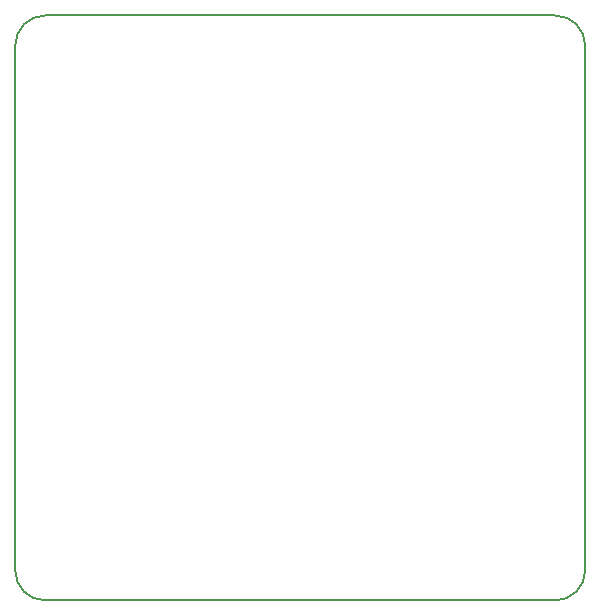
<source format=gbr>
G04 #@! TF.GenerationSoftware,KiCad,Pcbnew,(5.0.0)*
G04 #@! TF.CreationDate,2019-02-06T16:41:10-08:00*
G04 #@! TF.ProjectId,controller,636F6E74726F6C6C65722E6B69636164,rev?*
G04 #@! TF.SameCoordinates,Original*
G04 #@! TF.FileFunction,Profile,NP*
%FSLAX46Y46*%
G04 Gerber Fmt 4.6, Leading zero omitted, Abs format (unit mm)*
G04 Created by KiCad (PCBNEW (5.0.0)) date 02/06/19 16:41:10*
%MOMM*%
%LPD*%
G01*
G04 APERTURE LIST*
%ADD10C,0.150000*%
G04 APERTURE END LIST*
D10*
X45720000Y0D02*
X2540000Y0D01*
X45720000Y0D02*
G75*
G02X48260000Y-2540000I0J-2540000D01*
G01*
X48260000Y-46990000D02*
X48260000Y-2540000D01*
X48260000Y-46990000D02*
G75*
G02X45720000Y-49530000I-2540000J0D01*
G01*
X2540000Y-49530000D02*
X45720000Y-49530000D01*
X2540000Y-49530000D02*
G75*
G02X0Y-46990000I0J2540000D01*
G01*
X0Y-2540000D02*
X0Y-46990000D01*
X0Y-2540000D02*
G75*
G02X2540000Y0I2540000J0D01*
G01*
M02*

</source>
